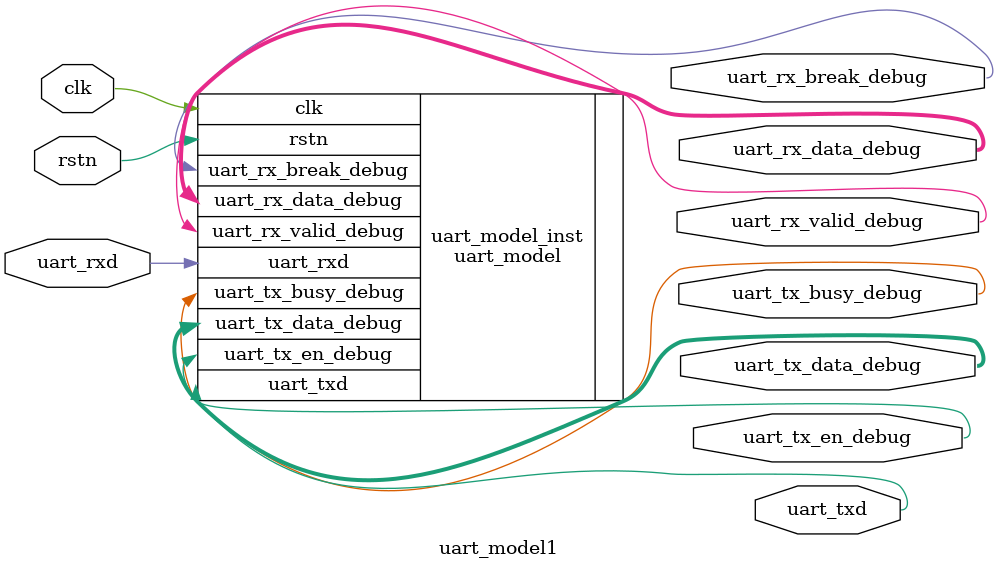
<source format=v>
/*******************************************************************************
    Verilog netlist generated by IPGEN Lattice Propel (64-bit)
    2023.1.2304252251
    Soft IP Version: 1.0.0
    2023 05 05 15:52:25
*******************************************************************************/
/*******************************************************************************
    Wrapper Module generated per user settings.
*******************************************************************************/
module uart_model1 (clk, rstn, uart_rxd, uart_txd, uart_rx_data_debug,
    uart_rx_valid_debug, uart_rx_break_debug, uart_tx_data_debug,
    uart_tx_en_debug, uart_tx_busy_debug);
    input  clk;
    input  rstn;
    input  uart_rxd;
    output  uart_txd;
    output  [7:0]  uart_rx_data_debug;
    output  uart_rx_valid_debug;
    output  uart_rx_break_debug;
    output  [7:0]  uart_tx_data_debug;
    output  uart_tx_en_debug;
    output  uart_tx_busy_debug;
    uart_model #(.CLK_MHZ(100),
        .BIT_RATE(115200),
        .PAYLOAD_BITS(8),
        .STACK_DEPTH(128),
        .STIMULUS_GEN(0),
        .STIMULUS_FILE_NAME(""),
        .DEBUG_PINS_EN(1))
    uart_model_inst(.clk(clk),
        .rstn(rstn),
        .uart_rxd(uart_rxd),
        .uart_txd(uart_txd),
        .uart_rx_data_debug(uart_rx_data_debug[7:0]),
        .uart_rx_valid_debug(uart_rx_valid_debug),
        .uart_rx_break_debug(uart_rx_break_debug),
        .uart_tx_data_debug(uart_tx_data_debug[7:0]),
        .uart_tx_en_debug(uart_tx_en_debug),
        .uart_tx_busy_debug(uart_tx_busy_debug));
endmodule
</source>
